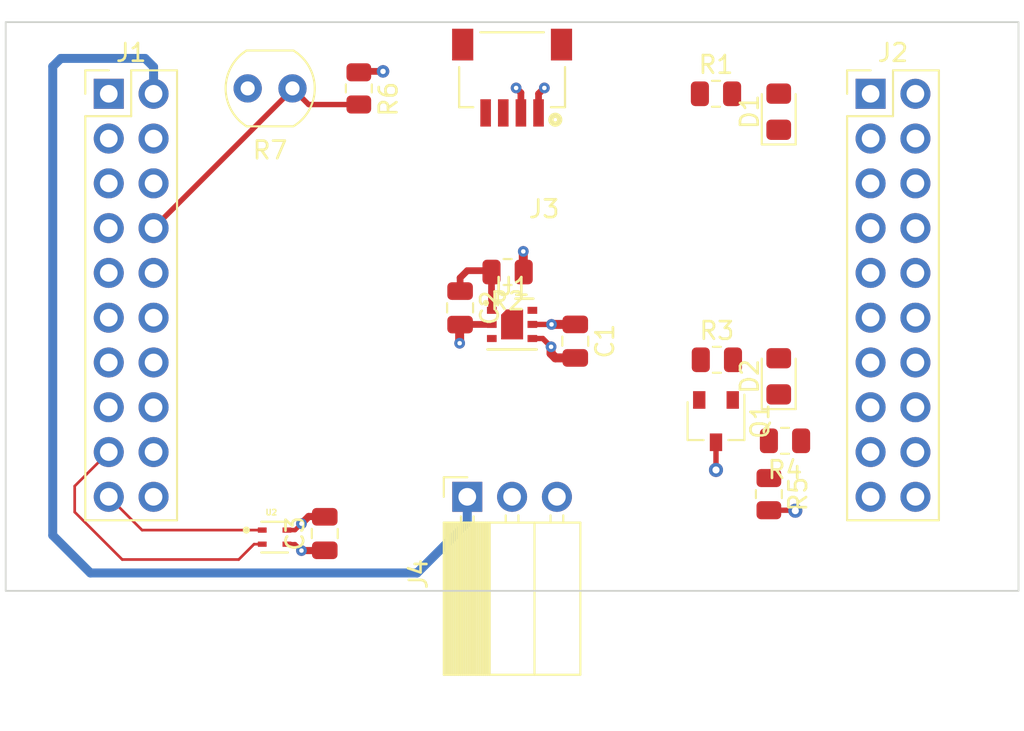
<source format=kicad_pcb>
(kicad_pcb (version 20211014) (generator pcbnew)
  (layers (0 "F.Cu" signal) (1 "In1.Cu" signal) (2 "In2.Cu" signal) (31 "B.Cu" mixed) (34 "B.Paste" user) (35 "F.Paste" user) (36 "B.SilkS" user "B.Silkscreen") (37 "F.SilkS" user "F.Silkscreen") (38 "B.Mask" user) (39 "F.Mask" user) (44 "Edge.Cuts" user))
  (net 0 "")
  (net 1 "+3.3V")
  (net 2 "GND")
  (net 3 "Net-(U1-Pad1)")
  (net 4 "Net-(D1-Pad2)")
  (net 5 "Net-(D2-Pad1)")
  (net 6 "Net-(D2-Pad2)")
  (net 7 "+5V")
  (net 12 "LDR_OUT")
  (net 13 "PIR_OUT")
  (net 21 "I2C_SCL")
  (net 23 "I2C_SDA")
  (net 39 "LED_PWM")
  (net 44 "Net-(Q1-Pad2)")
  (footprint "LED_SMD:LED_0805_2012Metric_Pad1.15x1.40mm_HandSolder" (layer "F.Cu") (at 159.893 74.676 90)
    (fp_text reference "D1" (at 0 -1.65 90) (layer "F.SilkS"))
    (fp_text value "RED LED")
    (fp_line (start -1.86 0.96) (end 1 0.96) (layer "F.SilkS") (width 0.12))
    (fp_line (start -1.86 -0.96) (end -1.86 0.96) (layer "F.SilkS") (width 0.12))
    (fp_line (start 1 -0.96) (end -1.86 -0.96) (layer "F.SilkS") (width 0.12))
    (pad "1" smd roundrect (at -1.025 0 90) (size 1.15 1.4) (layers "F.Cu" "F.Paste" "F.Mask") (roundrect_rratio 0.217391) (net 2 "GND"))
    (pad "2" smd roundrect (at 1.025 0 90) (size 1.15 1.4) (layers "F.Cu" "F.Paste" "F.Mask") (roundrect_rratio 0.217391) (net 4 "Net-(D1-Pad2)"))
  )
  (footprint "Resistor_SMD:R_0805_2012Metric" (layer "F.Cu") (at 144.526 83.7692 180)
    (fp_text reference "R2" (at 0 -1.65) (layer "F.SilkS"))
    (fp_text value "4.7")
    (fp_line (start -0.227064 0.735) (end 0.227064 0.735) (layer "F.SilkS") (width 0.12))
    (fp_line (start -0.227064 -0.735) (end 0.227064 -0.735) (layer "F.SilkS") (width 0.12))
    (pad "1" smd roundrect (at -0.9125 0 180) (size 1.025 1.4) (layers "F.Cu" "F.Paste" "F.Mask") (roundrect_rratio 0.243902) (net 1 "+3.3V"))
    (pad "2" smd roundrect (at 0.9125 0 180) (size 1.025 1.4) (layers "F.Cu" "F.Paste" "F.Mask") (roundrect_rratio 0.243902) (net 3 "Net-(U1-Pad1)"))
  )
  (footprint "Capacitor_SMD:C_0805_2012Metric" (layer "F.Cu") (at 141.8336 85.8012 -90)
    (fp_text reference "C2" (at 0 -1.68 90) (layer "F.SilkS"))
    (fp_text value "1uF")
    (fp_line (start -0.261252 -0.735) (end 0.261252 -0.735) (layer "F.SilkS") (width 0.12))
    (fp_line (start -0.261252 0.735) (end 0.261252 0.735) (layer "F.SilkS") (width 0.12))
    (pad "1" smd roundrect (at -0.95 0 270) (size 1 1.45) (layers "F.Cu" "F.Paste" "F.Mask") (net 3 "Net-(U1-Pad1)"))
    (pad "2" smd roundrect (at 0.95 0 270) (size 1 1.45) (layers "F.Cu" "F.Paste" "F.Mask") (net 2 "GND"))
  )
  (footprint "OptoDevice:R_LDR_4.9x4.2mm_P2.54mm_Vertical" (layer "F.Cu") (at 132.334 73.3552 180)
    (fp_text reference "R7" (at 1.27 -3.5052) (layer "F.SilkS"))
    (fp_text value "NSL-19M51")
    (fp_line (start -0.05 2.15) (end 2.6 2.15) (layer "F.SilkS") (width 0.12))
    (fp_line (start -0.05 -2.15) (end 2.6 -2.15) (layer "F.SilkS") (width 0.12))
    (fp_arc (start 2.6 -2.15) (mid 3.788646 -0.016616) (end 2.628027 2.132145) (layer "F.SilkS") (width 0.12))
    (fp_arc (start -0.05 2.15) (mid -1.262424 0.01494) (end -0.075476 -2.134388) (layer "F.SilkS") (width 0.12))
    (pad "1" thru_hole circle (at 0 0 180) (size 1.6 1.6) (drill 0.8) (layers *.Cu *.Mask) (net 12 "LDR_OUT"))
    (pad "2" thru_hole circle (at 2.54 0 180) (size 1.6 1.6) (drill 0.8) (layers *.Cu *.Mask) (net 2 "GND"))
  )
  (footprint "LED_SMD:LED_0805_2012Metric_Pad1.15x1.40mm_HandSolder" (layer "F.Cu") (at 159.893 89.6855 90)
    (fp_text reference "D2" (at 0 -1.65 90) (layer "F.SilkS"))
    (fp_text value "BLUE LED")
    (fp_line (start -1.86 0.96) (end 1 0.96) (layer "F.SilkS") (width 0.12))
    (fp_line (start -1.86 -0.96) (end -1.86 0.96) (layer "F.SilkS") (width 0.12))
    (fp_line (start 1 -0.96) (end -1.86 -0.96) (layer "F.SilkS") (width 0.12))
    (pad "1" smd roundrect (at -1.025 0 90) (size 1.15 1.4) (layers "F.Cu" "F.Paste" "F.Mask") (roundrect_rratio 0.217391) (net 5 "Net-(D2-Pad1)"))
    (pad "2" smd roundrect (at 1.025 0 90) (size 1.15 1.4) (layers "F.Cu" "F.Paste" "F.Mask") (roundrect_rratio 0.217391) (net 6 "Net-(D2-Pad2)"))
  )
  (footprint "Package_TO_SOT_SMD:SOT-23W" (layer "F.Cu") (at 156.337 92.2255 -90)
    (fp_text reference "Q1" (at 0 -2.5 90) (layer "F.SilkS"))
    (fp_text value "BSS138LT1G")
    (fp_line (start 1.075 -1.61) (end 1.075 -0.7) (layer "F.SilkS") (width 0.12))
    (fp_line (start -1.5 -1.61) (end 1.075 -1.61) (layer "F.SilkS") (width 0.12))
    (fp_line (start -1.075 1.61) (end 1.075 1.61) (layer "F.SilkS") (width 0.12))
    (fp_line (start 1.075 0.7) (end 1.075 1.61) (layer "F.SilkS") (width 0.12))
    (pad "1" smd rect (at -1.2 -0.95 270) (size 1 0.7) (layers "F.Cu" "F.Paste" "F.Mask") (net 5 "Net-(D2-Pad1)"))
    (pad "2" smd rect (at -1.2 0.95 270) (size 1 0.7) (layers "F.Cu" "F.Paste" "F.Mask") (net 44 "Net-(Q1-Pad2)"))
    (pad "3" smd rect (at 1.2 0 270) (size 1 0.7) (layers "F.Cu" "F.Paste" "F.Mask") (net 2 "GND"))
  )
  (footprint "Capacitor_SMD:C_0805_2012Metric" (layer "F.Cu") (at 134.1628 98.6028 90)
    (fp_text reference "C3" (at 0 -1.68 90) (layer "F.SilkS"))
    (fp_text value "100nF")
    (fp_line (start -0.261252 0.735) (end 0.261252 0.735) (layer "F.SilkS") (width 0.12))
    (fp_line (start -0.261252 -0.735) (end 0.261252 -0.735) (layer "F.SilkS") (width 0.12))
    (pad "1" smd roundrect (at -0.95 0 90) (size 1 1.45) (layers "F.Cu" "F.Paste" "F.Mask") (net 1 "+3.3V"))
    (pad "2" smd roundrect (at 0.95 0 90) (size 1 1.45) (layers "F.Cu" "F.Paste" "F.Mask") (net 2 "GND"))
  )
  (footprint "Connector_PinHeader_2.54mm:PinHeader_2x10_P2.54mm_Vertical" (layer "F.Cu") (at 165.1 73.66)
    (fp_text reference "J2" (at 1.27 -2.33) (layer "F.SilkS"))
    (fp_text value "SSW-110-23-F-D")
    (fp_line (start 1.27 -1.33) (end 3.87 -1.33) (layer "F.SilkS") (width 0.12))
    (fp_line (start 3.87 -1.33) (end 3.87 24.19) (layer "F.SilkS") (width 0.12))
    (fp_line (start 1.27 1.27) (end 1.27 -1.33) (layer "F.SilkS") (width 0.12))
    (fp_line (start -1.33 1.27) (end 1.27 1.27) (layer "F.SilkS") (width 0.12))
    (fp_line (start -1.33 1.27) (end -1.33 24.19) (layer "F.SilkS") (width 0.12))
    (fp_line (start -1.33 24.19) (end 3.87 24.19) (layer "F.SilkS") (width 0.12))
    (fp_line (start -1.33 -1.33) (end 0 -1.33) (layer "F.SilkS") (width 0.12))
    (fp_line (start -1.33 0) (end -1.33 -1.33) (layer "F.SilkS") (width 0.12))
    (pad "1" thru_hole rect (at 0 0) (size 1.7 1.7) (drill 1) (layers *.Cu *.Mask))
    (pad "2" thru_hole oval (at 2.54 0) (size 1.7 1.7) (drill 1) (layers *.Cu *.Mask) (net 2 "GND"))
    (pad "3" thru_hole oval (at 0 2.54) (size 1.7 1.7) (drill 1) (layers *.Cu *.Mask))
    (pad "4" thru_hole oval (at 2.54 2.54) (size 1.7 1.7) (drill 1) (layers *.Cu *.Mask))
    (pad "5" thru_hole oval (at 0 5.08) (size 1.7 1.7) (drill 1) (layers *.Cu *.Mask))
    (pad "6" thru_hole oval (at 2.54 5.08) (size 1.7 1.7) (drill 1) (layers *.Cu *.Mask))
    (pad "7" thru_hole oval (at 0 7.62) (size 1.7 1.7) (drill 1) (layers *.Cu *.Mask))
    (pad "8" thru_hole oval (at 2.54 7.62) (size 1.7 1.7) (drill 1) (layers *.Cu *.Mask))
    (pad "9" thru_hole oval (at 0 10.16) (size 1.7 1.7) (drill 1) (layers *.Cu *.Mask))
    (pad "10" thru_hole oval (at 2.54 10.16) (size 1.7 1.7) (drill 1) (layers *.Cu *.Mask))
    (pad "11" thru_hole oval (at 0 12.7) (size 1.7 1.7) (drill 1) (layers *.Cu *.Mask))
    (pad "12" thru_hole oval (at 2.54 12.7) (size 1.7 1.7) (drill 1) (layers *.Cu *.Mask))
    (pad "13" thru_hole oval (at 0 15.24) (size 1.7 1.7) (drill 1) (layers *.Cu *.Mask))
    (pad "14" thru_hole oval (at 2.54 15.24) (size 1.7 1.7) (drill 1) (layers *.Cu *.Mask))
    (pad "15" thru_hole oval (at 0 17.78) (size 1.7 1.7) (drill 1) (layers *.Cu *.Mask))
    (pad "16" thru_hole oval (at 2.54 17.78) (size 1.7 1.7) (drill 1) (layers *.Cu *.Mask) (net 39 "LED_PWM"))
    (pad "17" thru_hole oval (at 0 20.32) (size 1.7 1.7) (drill 1) (layers *.Cu *.Mask))
    (pad "18" thru_hole oval (at 2.54 20.32) (size 1.7 1.7) (drill 1) (layers *.Cu *.Mask))
    (pad "19" thru_hole oval (at 0 22.86) (size 1.7 1.7) (drill 1) (layers *.Cu *.Mask))
    (pad "20" thru_hole oval (at 2.54 22.86) (size 1.7 1.7) (drill 1) (layers *.Cu *.Mask))
  )
  (footprint "Connector_PinHeader_2.54mm:PinHeader_2x10_P2.54mm_Vertical" (layer "F.Cu") (at 121.92 73.66)
    (fp_text reference "J1" (at 1.27 -2.33) (layer "F.SilkS"))
    (fp_text value "SSW-110-23-F-D")
    (fp_line (start -1.33 24.19) (end 3.87 24.19) (layer "F.SilkS") (width 0.12))
    (fp_line (start -1.33 1.27) (end 1.27 1.27) (layer "F.SilkS") (width 0.12))
    (fp_line (start 1.27 -1.33) (end 3.87 -1.33) (layer "F.SilkS") (width 0.12))
    (fp_line (start -1.33 -1.33) (end 0 -1.33) (layer "F.SilkS") (width 0.12))
    (fp_line (start -1.33 1.27) (end -1.33 24.19) (layer "F.SilkS") (width 0.12))
    (fp_line (start 3.87 -1.33) (end 3.87 24.19) (layer "F.SilkS") (width 0.12))
    (fp_line (start 1.27 1.27) (end 1.27 -1.33) (layer "F.SilkS") (width 0.12))
    (fp_line (start -1.33 0) (end -1.33 -1.33) (layer "F.SilkS") (width 0.12))
    (pad "1" thru_hole rect (at 0 0) (size 1.7 1.7) (drill 1) (layers *.Cu *.Mask) (net 1 "+3.3V"))
    (pad "2" thru_hole oval (at 2.54 0) (size 1.7 1.7) (drill 1) (layers *.Cu *.Mask) (net 7 "+5V"))
    (pad "3" thru_hole oval (at 0 2.54) (size 1.7 1.7) (drill 1) (layers *.Cu *.Mask))
    (pad "4" thru_hole oval (at 2.54 2.54) (size 1.7 1.7) (drill 1) (layers *.Cu *.Mask) (net 2 "GND"))
    (pad "5" thru_hole oval (at 0 5.08) (size 1.7 1.7) (drill 1) (layers *.Cu *.Mask))
    (pad "6" thru_hole oval (at 2.54 5.08) (size 1.7 1.7) (drill 1) (layers *.Cu *.Mask))
    (pad "7" thru_hole oval (at 0 7.62) (size 1.7 1.7) (drill 1) (layers *.Cu *.Mask))
    (pad "8" thru_hole oval (at 2.54 7.62) (size 1.7 1.7) (drill 1) (layers *.Cu *.Mask) (net 12 "LDR_OUT"))
    (pad "9" thru_hole oval (at 0 10.16) (size 1.7 1.7) (drill 1) (layers *.Cu *.Mask) (net 13 "PIR_OUT"))
    (pad "10" thru_hole oval (at 2.54 10.16) (size 1.7 1.7) (drill 1) (layers *.Cu *.Mask))
    (pad "11" thru_hole oval (at 0 12.7) (size 1.7 1.7) (drill 1) (layers *.Cu *.Mask))
    (pad "12" thru_hole oval (at 2.54 12.7) (size 1.7 1.7) (drill 1) (layers *.Cu *.Mask))
    (pad "13" thru_hole oval (at 0 15.24) (size 1.7 1.7) (drill 1) (layers *.Cu *.Mask))
    (pad "14" thru_hole oval (at 2.54 15.24) (size 1.7 1.7) (drill 1) (layers *.Cu *.Mask))
    (pad "15" thru_hole oval (at 0 17.78) (size 1.7 1.7) (drill 1) (layers *.Cu *.Mask))
    (pad "16" thru_hole oval (at 2.54 17.78) (size 1.7 1.7) (drill 1) (layers *.Cu *.Mask))
    (pad "17" thru_hole oval (at 0 20.32) (size 1.7 1.7) (drill 1) (layers *.Cu *.Mask) (net 21 "I2C_SCL"))
    (pad "18" thru_hole oval (at 2.54 20.32) (size 1.7 1.7) (drill 1) (layers *.Cu *.Mask))
    (pad "19" thru_hole oval (at 0 22.86) (size 1.7 1.7) (drill 1) (layers *.Cu *.Mask) (net 23 "I2C_SDA"))
    (pad "20" thru_hole oval (at 2.54 22.86) (size 1.7 1.7) (drill 1) (layers *.Cu *.Mask))
  )
  (footprint "Resistor_SMD:R_0805_2012Metric" (layer "F.Cu") (at 159.3342 96.3676 -90)
    (fp_text reference "R5" (at 0 -1.65 90) (layer "F.SilkS"))
    (fp_text value "100k")
    (fp_line (start -0.227064 0.735) (end 0.227064 0.735) (layer "F.SilkS") (width 0.12))
    (fp_line (start -0.227064 -0.735) (end 0.227064 -0.735) (layer "F.SilkS") (width 0.12))
    (pad "1" smd roundrect (at -0.9125 0 270) (size 1.025 1.4) (layers "F.Cu" "F.Paste" "F.Mask") (roundrect_rratio 0.243902) (net 44 "Net-(Q1-Pad2)"))
    (pad "2" smd roundrect (at 0.9125 0 270) (size 1.025 1.4) (layers "F.Cu" "F.Paste" "F.Mask") (roundrect_rratio 0.243902) (net 2 "GND"))
  )
  (footprint "Resistor_SMD:R_0805_2012Metric" (layer "F.Cu") (at 160.2486 93.3431 180)
    (fp_text reference "R4" (at 0 -1.65) (layer "F.SilkS"))
    (fp_text value "1k")
    (fp_line (start -0.227064 0.735) (end 0.227064 0.735) (layer "F.SilkS") (width 0.12))
    (fp_line (start -0.227064 -0.735) (end 0.227064 -0.735) (layer "F.SilkS") (width 0.12))
    (pad "1" smd roundrect (at -0.9125 0 180) (size 1.025 1.4) (layers "F.Cu" "F.Paste" "F.Mask") (roundrect_rratio 0.243902) (net 39 "LED_PWM"))
    (pad "2" smd roundrect (at 0.9125 0 180) (size 1.025 1.4) (layers "F.Cu" "F.Paste" "F.Mask") (roundrect_rratio 0.243902) (net 44 "Net-(Q1-Pad2)"))
  )
  (footprint "Connector_PinSocket_2.54mm:PinSocket_1x03_P2.54mm_Horizontal" (layer "F.Cu") (at 142.24 96.52 90)
    (fp_text reference "J4" (at -4.38 -2.77 90) (layer "F.SilkS"))
    (fp_text value "SSW-103-02-T-S-RA")
    (fp_line (start -10.09 0.91571) (end -1.46 0.91571) (layer "F.SilkS") (width 0.12))
    (fp_line (start -10.09 -1.33) (end -10.09 6.41) (layer "F.SilkS") (width 0.12))
    (fp_line (start -1.46 -1.33) (end -1.46 6.41) (layer "F.SilkS") (width 0.12))
    (fp_line (start -10.09 -0.02905) (end -1.46 -0.02905) (layer "F.SilkS") (width 0.12))
    (fp_line (start -10.09 -0.50143) (end -1.46 -0.50143) (layer "F.SilkS") (width 0.12))
    (fp_line (start -10.09 3.81) (end -1.46 3.81) (layer "F.SilkS") (width 0.12))
    (fp_line (start -10.09 1.033805) (end -1.46 1.033805) (layer "F.SilkS") (width 0.12))
    (fp_line (start -10.09 0.561425) (end -1.46 0.561425) (layer "F.SilkS") (width 0.12))
    (fp_line (start -10.09 -0.619525) (end -1.46 -0.619525) (layer "F.SilkS") (width 0.12))
    (fp_line (start -10.09 6.41) (end -1.46 6.41) (layer "F.SilkS") (width 0.12))
    (fp_line (start -1.46 2.18) (end -1.05 2.18) (layer "F.SilkS") (width 0.12))
    (fp_line (start -10.09 1.1519) (end -1.46 1.1519) (layer "F.SilkS") (width 0.12))
    (fp_line (start -1.46 5.44) (end -1.05 5.44) (layer "F.SilkS") (width 0.12))
    (fp_line (start -10.09 0.797615) (end -1.46 0.797615) (layer "F.SilkS") (width 0.12))
    (fp_line (start -10.09 -1.21) (end -1.46 -1.21) (layer "F.SilkS") (width 0.12))
    (fp_line (start -10.09 -0.855715) (end -1.46 -0.855715) (layer "F.SilkS") (width 0.12))
    (fp_line (start -10.09 -0.73762) (end -1.46 -0.73762) (layer "F.SilkS") (width 0.12))
    (fp_line (start -10.09 0.67952) (end -1.46 0.67952) (layer "F.SilkS") (width 0.12))
    (fp_line (start -10.09 -0.147145) (end -1.46 -0.147145) (layer "F.SilkS") (width 0.12))
    (fp_line (start 0 -1.33) (end 1.11 -1.33) (layer "F.SilkS") (width 0.12))
    (fp_line (start -10.09 0.325235) (end -1.46 0.325235) (layer "F.SilkS") (width 0.12))
    (fp_line (start -1.46 -0.36) (end -1.11 -0.36) (layer "F.SilkS") (width 0.12))
    (fp_line (start -10.09 -1.33) (end -1.46 -1.33) (layer "F.SilkS") (width 0.12))
    (fp_line (start -10.09 0.44333) (end -1.46 0.44333) (layer "F.SilkS") (width 0.12))
    (fp_line (start -10.09 -0.26524) (end -1.46 -0.26524) (layer "F.SilkS") (width 0.12))
    (fp_line (start -10.09 0.089045) (end -1.46 0.089045) (layer "F.SilkS") (width 0.12))
    (fp_line (start -10.09 1.27) (end -1.46 1.27) (layer "F.SilkS") (width 0.12))
    (fp_line (start -1.46 2.9) (end -1.05 2.9) (layer "F.SilkS") (width 0.12))
    (fp_line (start -1.46 4.72) (end -1.05 4.72) (layer "F.SilkS") (width 0.12))
    (fp_line (start -10.09 -0.383335) (end -1.46 -0.383335) (layer "F.SilkS") (width 0.12))
    (fp_line (start -10.09 -0.97381) (end -1.46 -0.97381) (layer "F.SilkS") (width 0.12))
    (fp_line (start -1.46 0.36) (end -1.11 0.36) (layer "F.SilkS") (width 0.12))
    (fp_line (start -10.09 0.20714) (end -1.46 0.20714) (layer "F.SilkS") (width 0.12))
    (fp_line (start 1.11 -1.33) (end 1.11 0) (layer "F.SilkS") (width 0.12))
    (fp_line (start -10.09 -1.091905) (end -1.46 -1.091905) (layer "F.SilkS") (width 0.12))
    (pad "1" thru_hole rect (at 0 0 90) (size 1.7 1.7) (drill 1) (layers *.Cu *.Mask) (net 7 "+5V"))
    (pad "2" thru_hole oval (at 0 2.54 90) (size 1.7 1.7) (drill 1) (layers *.Cu *.Mask) (net 13 "PIR_OUT"))
    (pad "3" thru_hole oval (at 0 5.08 90) (size 1.7 1.7) (drill 1) (layers *.Cu *.Mask) (net 2 "GND"))
  )
  (footprint "Resistor_SMD:R_0805_2012Metric" (layer "F.Cu") (at 156.3878 88.7476)
    (fp_text reference "R3" (at 0 -1.65) (layer "F.SilkS"))
    (fp_text value "820")
    (fp_line (start -0.227064 -0.735) (end 0.227064 -0.735) (layer "F.SilkS") (width 0.12))
    (fp_line (start -0.227064 0.735) (end 0.227064 0.735) (layer "F.SilkS") (width 0.12))
    (pad "1" smd roundrect (at -0.9125 0) (size 1.025 1.4) (layers "F.Cu" "F.Paste" "F.Mask") (roundrect_rratio 0.243902) (net 7 "+5V"))
    (pad "2" smd roundrect (at 0.9125 0) (size 1.025 1.4) (layers "F.Cu" "F.Paste" "F.Mask") (roundrect_rratio 0.243902) (net 6 "Net-(D2-Pad2)"))
  )
  (footprint "Resistor_SMD:R_0805_2012Metric" (layer "F.Cu") (at 156.337 73.66)
    (fp_text reference "R1" (at 0 -1.65) (layer "F.SilkS"))
    (fp_text value "330")
    (fp_line (start -0.227064 -0.735) (end 0.227064 -0.735) (layer "F.SilkS") (width 0.12))
    (fp_line (start -0.227064 0.735) (end 0.227064 0.735) (layer "F.SilkS") (width 0.12))
    (pad "1" smd roundrect (at -0.9125 0) (size 1.025 1.4) (layers "F.Cu" "F.Paste" "F.Mask") (roundrect_rratio 0.243902) (net 1 "+3.3V"))
    (pad "2" smd roundrect (at 0.9125 0) (size 1.025 1.4) (layers "F.Cu" "F.Paste" "F.Mask") (roundrect_rratio 0.243902) (net 4 "Net-(D1-Pad2)"))
  )
  (footprint "TiFi Footprints:DFN-6-1EP_2.44x2.44mm_P0.8mm_EP1.25x1.7mm" (layer "F.Cu") (at 144.78 86.741)
    (fp_text reference "U1" (at 0 -2.14) (layer "F.SilkS"))
    (fp_text value "SGP40-D-R4")
    (fp_line (start 0.2 -1.46) (end 1.2 -1.46) (layer "F.SilkS") (width 0.15))
    (fp_line (start -1.39 1.42) (end 1.39 1.42) (layer "F.SilkS") (width 0.15))
    (fp_circle (center -1.48 -1.22) (end -1.37 -1.22) (layer "F.SilkS") (width 0.12) (fill solid))
    (pad "1" smd rect (at -1.15 -0.8) (size 0.55 0.4) (layers "F.Cu" "F.Paste" "F.Mask") (net 3 "Net-(U1-Pad1)"))
    (pad "2" smd rect (at -1.15 0) (size 0.55 0.4) (layers "F.Cu" "F.Paste" "F.Mask") (net 2 "GND"))
    (pad "3" smd rect (at -1.15 0.8) (size 0.55 0.4) (layers "F.Cu" "F.Paste" "F.Mask") (net 23 "I2C_SDA"))
    (pad "4" smd rect (at 1.15 0.8) (size 0.55 0.4) (layers "F.Cu" "F.Paste" "F.Mask") (net 2 "GND"))
    (pad "5" smd rect (at 1.15 0) (size 0.55 0.4) (layers "F.Cu" "F.Paste" "F.Mask") (net 1 "+3.3V"))
    (pad "6" smd rect (at 1.15 -0.8) (size 0.55 0.4) (layers "F.Cu" "F.Paste" "F.Mask") (net 21 "I2C_SCL"))
    (pad "7" smd roundrect (at 0 0) (size 1.25 1.7) (layers "F.Cu" "F.Mask") (roundrect_rratio 0) (chamfer_ratio 0.24) (chamfer top_left))
  )
  (footprint "Resistor_SMD:R_0805_2012Metric" (layer "F.Cu") (at 136.0932 73.3552 -90)
    (fp_text reference "R6" (at 0.6096 -1.6764 90) (layer "F.SilkS"))
    (fp_text value "10k")
    (fp_line (start -0.227064 0.735) (end 0.227064 0.735) (layer "F.SilkS") (width 0.12))
    (fp_line (start -0.227064 -0.735) (end 0.227064 -0.735) (layer "F.SilkS") (width 0.12))
    (pad "1" smd roundrect (at -0.9125 0 270) (size 1.025 1.4) (layers "F.Cu" "F.Paste" "F.Mask") (roundrect_rratio 0.243902) (net 1 "+3.3V"))
    (pad "2" smd roundrect (at 0.9125 0 270) (size 1.025 1.4) (layers "F.Cu" "F.Paste" "F.Mask") (roundrect_rratio 0.243902) (net 12 "LDR_OUT"))
  )
  (footprint "STEMMA_QT:JST_SM04B-SRSS-TB(LF)(SN)" (layer "F.Cu") (at 144.78 74.7456 180)
    (fp_text reference "J3" (at -1.815095 -5.450685) (layer "F.SilkS") (effects (font (size 1.001173 1.001173))))
    (fp_text value "SM04B-SRSS-TB(LF)(SN)")
    (fp_line (start -1.8 4.575) (end 1.8 4.575) (layer "F.SilkS") (width 0.127))
    (fp_line (start -2.2 0.325) (end -3 0.325) (layer "F.SilkS") (width 0.127))
    (fp_line (start 3 0.325) (end 3 2.6) (layer "F.SilkS") (width 0.127))
    (fp_line (start 2.2 0.325) (end 3 0.325) (layer "F.SilkS") (width 0.127))
    (fp_line (start -3 0.325) (end -3 2.6) (layer "F.SilkS") (width 0.127))
    (fp_circle (center -2.45 -0.385) (end -2.35 -0.385) (layer "F.SilkS") (width 0.3) (fill none))
    (pad "1" smd rect locked (at -1.5 0 180) (size 0.6 1.55) (layers "F.Cu" "F.Paste" "F.Mask") (net 2 "GND"))
    (pad "2" smd rect locked (at -0.5 0 180) (size 0.6 1.55) (layers "F.Cu" "F.Paste" "F.Mask") (net 1 "+3.3V"))
    (pad "3" smd rect locked (at 0.5 0 180) (size 0.6 1.55) (layers "F.Cu" "F.Paste" "F.Mask") (net 23 "I2C_SDA"))
    (pad "4" smd rect locked (at 1.5 0 180) (size 0.6 1.55) (layers "F.Cu" "F.Paste" "F.Mask") (net 21 "I2C_SCL"))
    (pad "S1" smd rect locked (at -2.8 3.875) (size 1.2 1.8) (layers "F.Cu" "F.Paste" "F.Mask"))
    (pad "S2" smd rect locked (at 2.8 3.875) (size 1.2 1.8) (layers "F.Cu" "F.Paste" "F.Mask"))
  )
  (footprint "Capacitor_SMD:C_0805_2012Metric" (layer "F.Cu") (at 148.3614 87.691 -90)
    (fp_text reference "C1" (at 0 -1.68 90) (layer "F.SilkS"))
    (fp_text value "1uF")
    (fp_line (start -0.261252 0.735) (end 0.261252 0.735) (layer "F.SilkS") (width 0.12))
    (fp_line (start -0.261252 -0.735) (end 0.261252 -0.735) (layer "F.SilkS") (width 0.12))
    (pad "1" smd roundrect (at -0.95 0 270) (size 1 1.45) (layers "F.Cu" "F.Paste" "F.Mask") (net 1 "+3.3V"))
    (pad "2" smd roundrect (at 0.95 0 270) (size 1 1.45) (layers "F.Cu" "F.Paste" "F.Mask") (net 2 "GND"))
  )
  (footprint "SHT40:XDCR_SHT40-AD1B-R2" (layer "F.Cu") (at 131.318 98.806)
    (fp_text reference "U2" (at -0.184 -1.4032) (layer "F.SilkS") (effects (font (size 0.32 0.32))))
    (fp_text value "SHT40-AD1B-R3")
    (fp_line (start -0.75 0.87) (end 0.75 0.87) (layer "F.SilkS") (width 0.127))
    (fp_line (start 0.75 -0.87) (end -0.75 -0.87) (layer "F.SilkS") (width 0.127))
    (fp_circle (center -1.6 -0.4) (end -1.5 -0.4) (layer "F.SilkS") (width 0.2) (fill none))
    (pad "1" smd rect (at -0.7 -0.4) (size 0.5 0.3) (layers "F.Cu" "F.Paste" "F.Mask") (net 23 "I2C_SDA"))
    (pad "2" smd rect (at -0.7 0.4) (size 0.5 0.3) (layers "F.Cu" "F.Paste" "F.Mask") (net 21 "I2C_SCL"))
    (pad "3" smd rect (at 0.7 0.4) (size 0.5 0.3) (layers "F.Cu" "F.Paste" "F.Mask") (net 1 "+3.3V"))
    (pad "4" smd rect (at 0.7 -0.4) (size 0.5 0.3) (layers "F.Cu" "F.Paste" "F.Mask") (net 2 "GND"))
  )
  (gr_rect (start 116.078 69.596) (end 173.482 101.854) (layer "Edge.Cuts") (width 0.1016) (fill none))
  (segment (start 132.48 99.206) (end 132.018 99.206) (width 0.254) (layer "F.Cu") (net 1))
  (segment (start 137.4648 72.39) (end 136.0951 72.39) (width 0.381) (layer "F.Cu") (net 1))
  (segment (start 145.93 86.741) (end 147.0152 86.741) (width 0.3048) (layer "F.Cu") (net 1))
  (segment (start 145.415 83.7927) (end 145.4385 83.7692) (width 0.381) (layer "F.Cu") (net 1))
  (segment (start 145.415 82.6008) (end 145.415 83.7927) (width 0.508) (layer "F.Cu") (net 1))
  (segment (start 136.0951 72.39) (end 136.0932 72.3919) (width 0.381) (layer "F.Cu") (net 1))
  (segment (start 132.842 99.568) (end 132.8928 99.5172) (width 0.4064) (layer "F.Cu") (net 1))
  (segment (start 134.1476 99.568) (end 134.1628 99.5528) (width 0.254) (layer "F.Cu") (net 1))
  (segment (start 134.1272 99.5172) (end 134.1628 99.5528) (width 0.4064) (layer "F.Cu") (net 1))
  (segment (start 145.28 73.6012) (end 145.28 74.7456) (width 0.381) (layer "F.Cu") (net 1))
  (segment (start 132.842 99.568) (end 132.48 99.206) (width 0.254) (layer "F.Cu") (net 1))
  (segment (start 145.0086 73.3298) (end 145.28 73.6012) (width 0.381) (layer "F.Cu") (net 1))
  (segment (start 132.842 99.568) (end 134.1476 99.568) (width 0.4064) (layer "F.Cu") (net 1))
  (segment (start 148.3614 86.741) (end 147.0152 86.741) (width 0.508) (layer "F.Cu") (net 1))
  (via (at 132.842 99.568) (size 0.6096) (drill 0.254) (layers "F.Cu" "B.Cu") (net 1))
  (via (at 147.0152 86.741) (size 0.6096) (drill 0.254) (layers "F.Cu" "B.Cu") (net 1))
  (via (at 145.0086 73.3298) (size 0.6096) (drill 0.254) (layers "F.Cu" "B.Cu") (net 1))
  (via (at 137.4648 72.39) (size 0.7112) (drill 0.3048) (layers "F.Cu" "B.Cu") (net 1))
  (via (at 145.415 82.6008) (size 0.6096) (drill 0.254) (layers "F.Cu" "B.Cu") (net 1))
  (segment (start 132.018 98.406) (end 132.48 98.406) (width 0.254) (layer "F.Cu") (net 2))
  (segment (start 159.3342 97.2801) (end 160.8055 97.2801) (width 0.3048) (layer "F.Cu") (net 2))
  (segment (start 134.1476 97.6376) (end 134.1628 97.6528) (width 0.4064) (layer "F.Cu") (net 2))
  (segment (start 132.842 98.044) (end 133.2484 97.6376) (width 0.4064) (layer "F.Cu") (net 2))
  (segment (start 146.28 73.6586) (end 146.28 74.7456) (width 0.381) (layer "F.Cu") (net 2))
  (segment (start 143.63 86.741) (end 141.8438 86.741) (width 0.381) (layer "F.Cu") (net 2))
  (segment (start 146.9898 88.011) (end 146.5198 87.541) (width 0.3048) (layer "F.Cu") (net 2))
  (segment (start 146.9898 88.011) (end 146.9898 88.392) (width 0.508) (layer "F.Cu") (net 2))
  (segment (start 156.337 93.4255) (end 156.337 94.996) (width 0.3048) (layer "F.Cu") (net 2))
  (segment (start 146.9898 88.392) (end 147.2388 88.641) (width 0.508) (layer "F.Cu") (net 2))
  (segment (start 146.5198 87.541) (end 145.93 87.541) (width 0.3048) (layer "F.Cu") (net 2))
  (segment (start 132.48 98.406) (end 132.842 98.044) (width 0.254) (layer "F.Cu") (net 2))
  (segment (start 141.8438 86.741) (end 141.8336 86.7512) (width 0.381) (layer "F.Cu") (net 2))
  (segment (start 147.2388 88.641) (end 148.3614 88.641) (width 0.508) (layer "F.Cu") (net 2))
  (segment (start 133.2484 97.6376) (end 134.1476 97.6376) (width 0.4064) (layer "F.Cu") (net 2))
  (segment (start 146.6088 73.3298) (end 146.28 73.6586) (width 0.381) (layer "F.Cu") (net 2))
  (segment (start 160.8055 97.2801) (end 160.8328 97.3074) (width 0.3048) (layer "F.Cu") (net 2))
  (segment (start 141.8082 87.8078) (end 141.8082 86.7766) (width 0.508) (layer "F.Cu") (net 2))
  (segment (start 141.8082 86.7766) (end 141.8336 86.7512) (width 0.381) (layer "F.Cu") (net 2))
  (via (at 160.8328 97.3074) (size 0.8) (drill 0.4) (layers "F.Cu" "B.Cu") (net 2))
  (via (at 132.842 98.044) (size 0.6096) (drill 0.254) (layers "F.Cu" "B.Cu") (net 2))
  (via (at 146.6088 73.3298) (size 0.6096) (drill 0.254) (layers "F.Cu" "B.Cu") (net 2))
  (via (at 141.8082 87.8078) (size 0.6096) (drill 0.254) (layers "F.Cu" "B.Cu") (net 2))
  (via (at 156.337 94.996) (size 0.8) (drill 0.4) (layers "F.Cu" "B.Cu") (net 2))
  (via (at 146.9898 88.011) (size 0.6096) (drill 0.254) (layers "F.Cu" "B.Cu") (net 2))
  (segment (start 143.5119 83.8708) (end 143.7151 84.074) (width 0.508) (layer "F.Cu") (net 3))
  (segment (start 141.8336 84.0994) (end 142.24 83.693) (width 0.381) (layer "F.Cu") (net 3))
  (segment (start 143.5373 83.693) (end 143.6135 83.7692) (width 0.381) (layer "F.Cu") (net 3))
  (segment (start 141.8336 84.8512) (end 141.8336 84.0994) (width 0.381) (layer "F.Cu") (net 3))
  (segment (start 142.24 83.693) (end 143.5373 83.693) (width 0.381) (layer "F.Cu") (net 3))
  (segment (start 143.6135 85.9245) (end 143.63 85.941) (width 0.381) (layer "F.Cu") (net 3))
  (segment (start 143.6135 83.7692) (end 143.6135 85.9245) (width 0.381) (layer "F.Cu") (net 3))
  (segment (start 142.24 97.9932) (end 142.24 96.52) (width 0.508) (layer "B.Cu") (net 7))
  (segment (start 124.46 72.136) (end 123.9774 71.6534) (width 0.508) (layer "B.Cu") (net 7))
  (segment (start 120.8786 100.838) (end 139.3952 100.838) (width 0.508) (layer "B.Cu") (net 7))
  (segment (start 139.3952 100.838) (end 142.24 97.9932) (width 0.508) (layer "B.Cu") (net 7))
  (segment (start 118.745 72.1106) (end 118.745 98.7044) (width 0.508) (layer "B.Cu") (net 7))
  (segment (start 124.46 73.66) (end 124.46 72.136) (width 0.508) (layer "B.Cu") (net 7))
  (segment (start 119.2022 71.6534) (end 118.745 72.1106) (width 0.508) (layer "B.Cu") (net 7))
  (segment (start 118.745 98.7044) (end 120.8786 100.838) (width 0.508) (layer "B.Cu") (net 7))
  (segment (start 123.9774 71.6534) (end 119.2022 71.6534) (width 0.508) (layer "B.Cu") (net 7))
  (segment (start 124.46 81.28) (end 132.334 73.406) (width 0.3048) (layer "F.Cu") (net 12))
  (segment (start 132.334 73.406) (end 132.334 73.3552) (width 0.3048) (layer "F.Cu") (net 12))
  (segment (start 132.334 73.3552) (end 133.2484 74.2696) (width 0.3048) (layer "F.Cu") (net 12))
  (segment (start 136.0913 74.2696) (end 136.0932 74.2677) (width 0.3048) (layer "F.Cu") (net 12))
  (segment (start 133.2484 74.2696) (end 136.0913 74.2696) (width 0.3048) (layer "F.Cu") (net 12))
  (segment (start 119.9896 97.3836) (end 122.682 100.076) (width 0.1524) (layer "F.Cu") (net 21))
  (segment (start 122.682 100.076) (end 129.286 100.076) (width 0.1524) (layer "F.Cu") (net 21))
  (segment (start 130.156 99.206) (end 130.618 99.206) (width 0.1524) (layer "F.Cu") (net 21))
  (segment (start 119.9896 95.9104) (end 119.9896 97.3836) (width 0.1524) (layer "F.Cu") (net 21))
  (segment (start 121.92 93.98) (end 119.9896 95.9104) (width 0.1524) (layer "F.Cu") (net 21))
  (segment (start 129.286 100.076) (end 130.156 99.206) (width 0.1524) (layer "F.Cu") (net 21))
  (segment (start 121.92 96.52) (end 123.806 98.406) (width 0.1524) (layer "F.Cu") (net 23))
  (segment (start 123.806 98.406) (end 130.618 98.406) (width 0.1524) (layer "F.Cu") (net 23))
)
</source>
